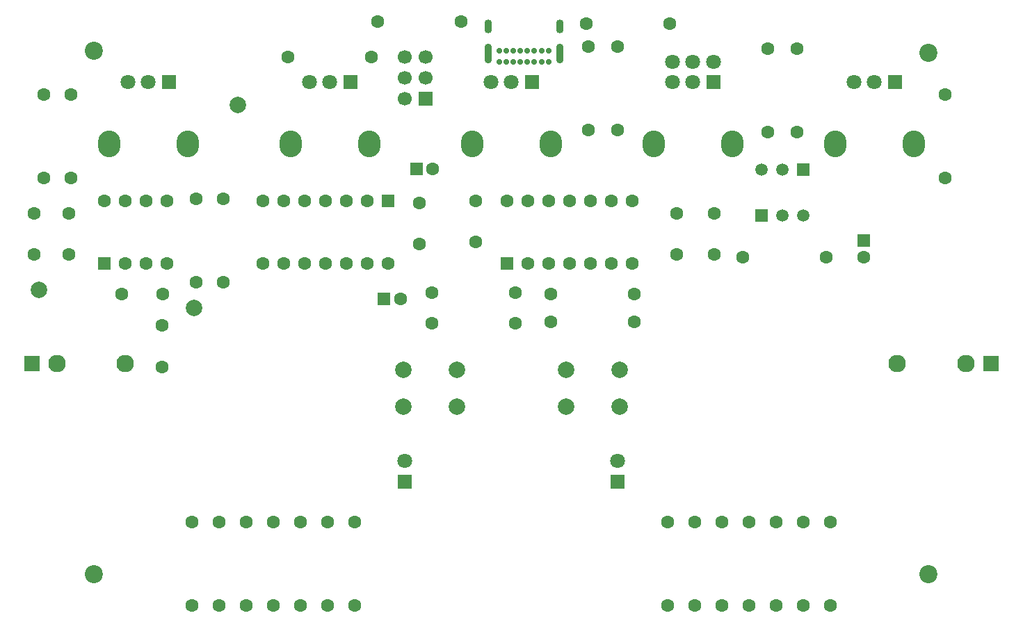
<source format=gbs>
%TF.GenerationSoftware,KiCad,Pcbnew,9.0.3*%
%TF.CreationDate,2025-07-31T22:21:15+01:00*%
%TF.ProjectId,Yorick,596f7269-636b-42e6-9b69-6361645f7063,1.2*%
%TF.SameCoordinates,Original*%
%TF.FileFunction,Soldermask,Bot*%
%TF.FilePolarity,Negative*%
%FSLAX46Y46*%
G04 Gerber Fmt 4.6, Leading zero omitted, Abs format (unit mm)*
G04 Created by KiCad (PCBNEW 9.0.3) date 2025-07-31 22:21:15*
%MOMM*%
%LPD*%
G01*
G04 APERTURE LIST*
G04 Aperture macros list*
%AMRoundRect*
0 Rectangle with rounded corners*
0 $1 Rounding radius*
0 $2 $3 $4 $5 $6 $7 $8 $9 X,Y pos of 4 corners*
0 Add a 4 corners polygon primitive as box body*
4,1,4,$2,$3,$4,$5,$6,$7,$8,$9,$2,$3,0*
0 Add four circle primitives for the rounded corners*
1,1,$1+$1,$2,$3*
1,1,$1+$1,$4,$5*
1,1,$1+$1,$6,$7*
1,1,$1+$1,$8,$9*
0 Add four rect primitives between the rounded corners*
20,1,$1+$1,$2,$3,$4,$5,0*
20,1,$1+$1,$4,$5,$6,$7,0*
20,1,$1+$1,$6,$7,$8,$9,0*
20,1,$1+$1,$8,$9,$2,$3,0*%
G04 Aperture macros list end*
%ADD10C,2.000000*%
%ADD11C,2.200000*%
%ADD12R,1.830000X1.930000*%
%ADD13C,2.130000*%
%ADD14R,1.500000X1.500000*%
%ADD15C,1.500000*%
%ADD16C,1.600000*%
%ADD17R,1.800000X1.800000*%
%ADD18C,1.800000*%
%ADD19RoundRect,0.250000X-0.550000X0.550000X-0.550000X-0.550000X0.550000X-0.550000X0.550000X0.550000X0*%
%ADD20RoundRect,0.250000X-0.550000X-0.550000X0.550000X-0.550000X0.550000X0.550000X-0.550000X0.550000X0*%
%ADD21C,0.700000*%
%ADD22O,0.900000X2.400000*%
%ADD23O,0.900000X1.700000*%
%ADD24O,2.720000X3.240000*%
%ADD25RoundRect,0.250000X0.550000X-0.550000X0.550000X0.550000X-0.550000X0.550000X-0.550000X-0.550000X0*%
%ADD26R,1.700000X1.700000*%
%ADD27C,1.700000*%
G04 APERTURE END LIST*
D10*
%TO.C,SW1*%
X88442800Y-79756000D03*
X94942800Y-79756000D03*
X88442800Y-84256000D03*
X94942800Y-84256000D03*
%TD*%
D11*
%TO.C,H3*%
X50800000Y-104648000D03*
%TD*%
D12*
%TO.C,J5*%
X43210000Y-78994000D03*
D13*
X54610000Y-78994000D03*
X46310000Y-78994000D03*
%TD*%
D14*
%TO.C,Q1*%
X132080000Y-60960000D03*
D15*
X134620000Y-60960000D03*
X137160000Y-60960000D03*
%TD*%
D16*
%TO.C,R37*%
X129794000Y-66040000D03*
X139954000Y-66040000D03*
%TD*%
%TO.C,R25*%
X136398000Y-50800000D03*
X136398000Y-40640000D03*
%TD*%
%TO.C,R16*%
X154432000Y-46228000D03*
X154432000Y-56388000D03*
%TD*%
%TO.C,C3*%
X97282000Y-59182000D03*
X97282000Y-64182000D03*
%TD*%
%TO.C,R22*%
X63246000Y-69088000D03*
X63246000Y-58928000D03*
%TD*%
%TO.C,R11*%
X66040000Y-108458000D03*
X66040000Y-98298000D03*
%TD*%
D17*
%TO.C,D1*%
X88646000Y-93345000D03*
D18*
X88646000Y-90805000D03*
%TD*%
D16*
%TO.C,R14*%
X132842000Y-40640000D03*
X132842000Y-50800000D03*
%TD*%
D19*
%TO.C,C5*%
X144526000Y-64040000D03*
D16*
X144526000Y-66040000D03*
%TD*%
D11*
%TO.C,H1*%
X152400000Y-41148000D03*
%TD*%
D16*
%TO.C,R15*%
X106426000Y-70510400D03*
X116586000Y-70510400D03*
%TD*%
%TO.C,R3*%
X133858000Y-108458000D03*
X133858000Y-98298000D03*
%TD*%
%TO.C,R19*%
X74422000Y-41656000D03*
X84582000Y-41656000D03*
%TD*%
D20*
%TO.C,C10*%
X90027688Y-55321200D03*
D16*
X92027688Y-55321200D03*
%TD*%
%TO.C,R10*%
X69342000Y-108458000D03*
X69342000Y-98298000D03*
%TD*%
%TO.C,R23*%
X110744000Y-37592000D03*
X120904000Y-37592000D03*
%TD*%
%TO.C,R18*%
X48006000Y-56388000D03*
X48006000Y-46228000D03*
%TD*%
D20*
%TO.C,C4*%
X86106000Y-71120000D03*
D16*
X88106000Y-71120000D03*
%TD*%
%TO.C,R2*%
X137160000Y-108458000D03*
X137160000Y-98298000D03*
%TD*%
%TO.C,C11*%
X54182000Y-70561200D03*
X59182000Y-70561200D03*
%TD*%
D21*
%TO.C,J4*%
X106094000Y-42244000D03*
X105244000Y-42244000D03*
X104394000Y-42244000D03*
X103544000Y-42244000D03*
X102694000Y-42244000D03*
X101844000Y-42244000D03*
X100994000Y-42244000D03*
X100144000Y-42244000D03*
X100144000Y-40894000D03*
X100994000Y-40894000D03*
X101844000Y-40894000D03*
X102694000Y-40894000D03*
X103544000Y-40894000D03*
X104394000Y-40894000D03*
X105244000Y-40894000D03*
X106094000Y-40894000D03*
D22*
X107444000Y-41264000D03*
D23*
X107444000Y-37884000D03*
D22*
X98794000Y-41264000D03*
D23*
X98794000Y-37884000D03*
%TD*%
D16*
%TO.C,R12*%
X62738000Y-108458000D03*
X62738000Y-98298000D03*
%TD*%
%TO.C,R21*%
X120650000Y-98298000D03*
X120650000Y-108458000D03*
%TD*%
%TO.C,R13*%
X114554000Y-50546000D03*
X114554000Y-40386000D03*
%TD*%
D10*
%TO.C,SW2*%
X108254800Y-79756000D03*
X114754800Y-79756000D03*
X108254800Y-84256000D03*
X114754800Y-84256000D03*
%TD*%
%TO.C,TP3*%
X44043600Y-70002400D03*
%TD*%
D24*
%TO.C,RV1*%
X62204000Y-52204000D03*
X52604000Y-52204000D03*
D17*
X59904000Y-44704000D03*
D18*
X57404000Y-44704000D03*
X54904000Y-44704000D03*
%TD*%
D16*
%TO.C,R6*%
X123952000Y-108458000D03*
X123952000Y-98298000D03*
%TD*%
%TO.C,C7*%
X90424000Y-59436000D03*
X90424000Y-64436000D03*
%TD*%
D12*
%TO.C,J3*%
X159990000Y-78994000D03*
D13*
X148590000Y-78994000D03*
X156890000Y-78994000D03*
%TD*%
D25*
%TO.C,U2*%
X52070000Y-66802000D03*
D16*
X54610000Y-66802000D03*
X57150000Y-66802000D03*
X59690000Y-66802000D03*
X59690000Y-59182000D03*
X57150000Y-59182000D03*
X54610000Y-59182000D03*
X52070000Y-59182000D03*
%TD*%
D19*
%TO.C,U3*%
X86614000Y-59182000D03*
D16*
X84074000Y-59182000D03*
X81534000Y-59182000D03*
X78994000Y-59182000D03*
X76454000Y-59182000D03*
X73914000Y-59182000D03*
X71374000Y-59182000D03*
X71374000Y-66802000D03*
X73914000Y-66802000D03*
X76454000Y-66802000D03*
X78994000Y-66802000D03*
X81534000Y-66802000D03*
X84074000Y-66802000D03*
X86614000Y-66802000D03*
%TD*%
D14*
%TO.C,Q2*%
X137160000Y-55372000D03*
D15*
X134620000Y-55372000D03*
X132080000Y-55372000D03*
%TD*%
D10*
%TO.C,TP1*%
X62941200Y-72237600D03*
%TD*%
D24*
%TO.C,RV2*%
X84302000Y-52204000D03*
X74702000Y-52204000D03*
D17*
X82002000Y-44704000D03*
D18*
X79502000Y-44704000D03*
X77002000Y-44704000D03*
%TD*%
D24*
%TO.C,RV4*%
X128448000Y-52204000D03*
X118948000Y-52204000D03*
D17*
X126198000Y-44704000D03*
D18*
X123698000Y-44704000D03*
X121198000Y-44704000D03*
X126198000Y-42204000D03*
X123698000Y-42204000D03*
X121198000Y-42204000D03*
%TD*%
D16*
%TO.C,R4*%
X130556000Y-108458000D03*
X130556000Y-98298000D03*
%TD*%
%TO.C,R30*%
X95504000Y-37338000D03*
X85344000Y-37338000D03*
%TD*%
%TO.C,R7*%
X79248000Y-108458000D03*
X79248000Y-98298000D03*
%TD*%
%TO.C,R5*%
X127254000Y-108458000D03*
X127254000Y-98298000D03*
%TD*%
D24*
%TO.C,RV5*%
X150596000Y-52204000D03*
X140996000Y-52204000D03*
D17*
X148296000Y-44704000D03*
D18*
X145796000Y-44704000D03*
X143296000Y-44704000D03*
%TD*%
D16*
%TO.C,R29*%
X44704000Y-56388000D03*
X44704000Y-46228000D03*
%TD*%
%TO.C,R1*%
X140462000Y-108458000D03*
X140462000Y-98298000D03*
%TD*%
%TO.C,R28*%
X66548000Y-69088000D03*
X66548000Y-58928000D03*
%TD*%
%TO.C,C9*%
X59029600Y-79371200D03*
X59029600Y-74371200D03*
%TD*%
%TO.C,R8*%
X75946000Y-108458000D03*
X75946000Y-98298000D03*
%TD*%
D17*
%TO.C,D2*%
X114554000Y-93345000D03*
D18*
X114554000Y-90805000D03*
%TD*%
D16*
%TO.C,C2*%
X126244400Y-60721708D03*
X126244400Y-65721708D03*
%TD*%
%TO.C,R17*%
X102057200Y-74066400D03*
X91897200Y-74066400D03*
%TD*%
D10*
%TO.C,TP2*%
X68326000Y-47498000D03*
%TD*%
D25*
%TO.C,U1*%
X101092000Y-66802000D03*
D16*
X103632000Y-66802000D03*
X106172000Y-66802000D03*
X108712000Y-66802000D03*
X111252000Y-66802000D03*
X113792000Y-66802000D03*
X116332000Y-66802000D03*
X116332000Y-59182000D03*
X113792000Y-59182000D03*
X111252000Y-59182000D03*
X108712000Y-59182000D03*
X106172000Y-59182000D03*
X103632000Y-59182000D03*
X101092000Y-59182000D03*
%TD*%
%TO.C,R20*%
X82550000Y-98298000D03*
X82550000Y-108458000D03*
%TD*%
%TO.C,R9*%
X72644000Y-108458000D03*
X72644000Y-98298000D03*
%TD*%
D24*
%TO.C,RV3*%
X106400000Y-52204000D03*
X96800000Y-52204000D03*
D17*
X104100000Y-44704000D03*
D18*
X101600000Y-44704000D03*
X99100000Y-44704000D03*
%TD*%
D11*
%TO.C,H4*%
X152400000Y-104648000D03*
%TD*%
D16*
%TO.C,C6*%
X47752000Y-60695708D03*
X47752000Y-65695708D03*
%TD*%
D26*
%TO.C,J2*%
X91186000Y-46736000D03*
D27*
X88646000Y-46736000D03*
X91186000Y-44196000D03*
X88646000Y-44196000D03*
X91186000Y-41656000D03*
X88646000Y-41656000D03*
%TD*%
D16*
%TO.C,R27*%
X106426000Y-73914000D03*
X116586000Y-73914000D03*
%TD*%
%TO.C,R26*%
X110998000Y-50546000D03*
X110998000Y-40386000D03*
%TD*%
%TO.C,C8*%
X43454400Y-65691708D03*
X43454400Y-60691708D03*
%TD*%
%TO.C,C1*%
X121694400Y-60721708D03*
X121694400Y-65721708D03*
%TD*%
D11*
%TO.C,H2*%
X50800000Y-40894000D03*
%TD*%
D16*
%TO.C,R24*%
X102057200Y-70358000D03*
X91897200Y-70358000D03*
%TD*%
M02*

</source>
